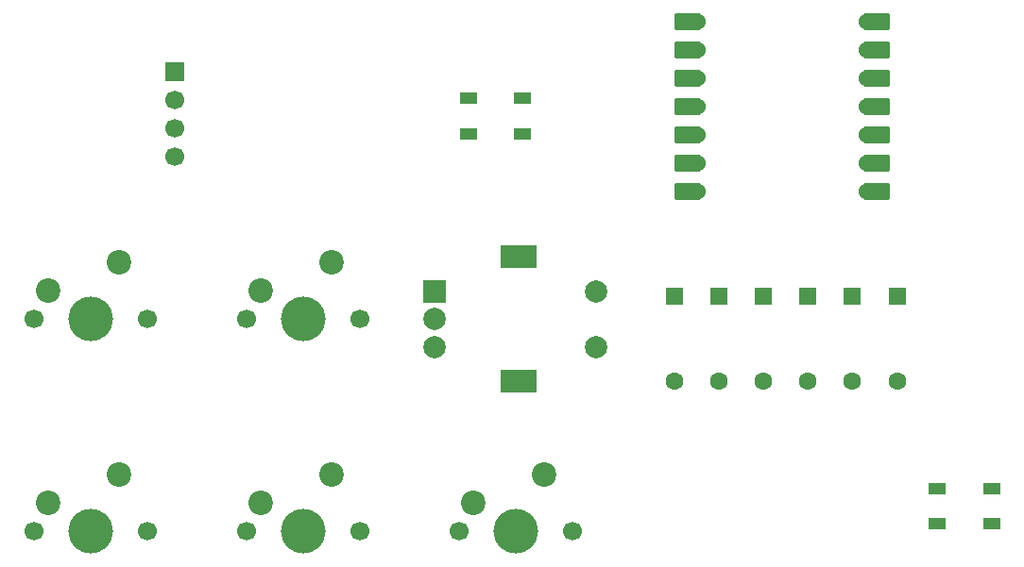
<source format=gbr>
%TF.GenerationSoftware,KiCad,Pcbnew,9.0.7*%
%TF.CreationDate,2026-01-11T22:49:09+06:00*%
%TF.ProjectId,pcb,7063622e-6b69-4636-9164-5f7063625858,rev?*%
%TF.SameCoordinates,Original*%
%TF.FileFunction,Soldermask,Top*%
%TF.FilePolarity,Negative*%
%FSLAX46Y46*%
G04 Gerber Fmt 4.6, Leading zero omitted, Abs format (unit mm)*
G04 Created by KiCad (PCBNEW 9.0.7) date 2026-01-11 22:49:09*
%MOMM*%
%LPD*%
G01*
G04 APERTURE LIST*
G04 Aperture macros list*
%AMRoundRect*
0 Rectangle with rounded corners*
0 $1 Rounding radius*
0 $2 $3 $4 $5 $6 $7 $8 $9 X,Y pos of 4 corners*
0 Add a 4 corners polygon primitive as box body*
4,1,4,$2,$3,$4,$5,$6,$7,$8,$9,$2,$3,0*
0 Add four circle primitives for the rounded corners*
1,1,$1+$1,$2,$3*
1,1,$1+$1,$4,$5*
1,1,$1+$1,$6,$7*
1,1,$1+$1,$8,$9*
0 Add four rect primitives between the rounded corners*
20,1,$1+$1,$2,$3,$4,$5,0*
20,1,$1+$1,$4,$5,$6,$7,0*
20,1,$1+$1,$6,$7,$8,$9,0*
20,1,$1+$1,$8,$9,$2,$3,0*%
G04 Aperture macros list end*
%ADD10RoundRect,0.250000X-0.550000X0.550000X-0.550000X-0.550000X0.550000X-0.550000X0.550000X0.550000X0*%
%ADD11C,1.600000*%
%ADD12C,1.700000*%
%ADD13C,4.000000*%
%ADD14C,2.200000*%
%ADD15RoundRect,0.152400X1.063600X0.609600X-1.063600X0.609600X-1.063600X-0.609600X1.063600X-0.609600X0*%
%ADD16C,1.524000*%
%ADD17RoundRect,0.152400X-1.063600X-0.609600X1.063600X-0.609600X1.063600X0.609600X-1.063600X0.609600X0*%
%ADD18R,1.500000X1.000000*%
%ADD19R,2.000000X2.000000*%
%ADD20C,2.000000*%
%ADD21R,3.200000X2.000000*%
%ADD22R,1.700000X1.700000*%
G04 APERTURE END LIST*
D10*
%TO.C,D7*%
X173000000Y-74190000D03*
D11*
X173000000Y-81810000D03*
%TD*%
D12*
%TO.C,SW4*%
X118676250Y-95250000D03*
D13*
X123756250Y-95250000D03*
D12*
X128836250Y-95250000D03*
D14*
X126296250Y-90170000D03*
X119946250Y-92710000D03*
%TD*%
D12*
%TO.C,SW1*%
X99626250Y-76200000D03*
D13*
X104706250Y-76200000D03*
D12*
X109786250Y-76200000D03*
D14*
X107246250Y-71120000D03*
X100896250Y-73660000D03*
%TD*%
D10*
%TO.C,D5*%
X165000000Y-74190000D03*
D11*
X165000000Y-81810000D03*
%TD*%
D10*
%TO.C,D4*%
X161000000Y-74190000D03*
D11*
X161000000Y-81810000D03*
%TD*%
D10*
%TO.C,D8*%
X177000000Y-74190000D03*
D11*
X177000000Y-81810000D03*
%TD*%
D15*
%TO.C,U1*%
X158232500Y-49530000D03*
D16*
X159067500Y-49530000D03*
D15*
X158232500Y-52070000D03*
D16*
X159067500Y-52070000D03*
D15*
X158232500Y-54610000D03*
D16*
X159067500Y-54610000D03*
D15*
X158232500Y-57150000D03*
D16*
X159067500Y-57150000D03*
D15*
X158232500Y-59690000D03*
D16*
X159067500Y-59690000D03*
D15*
X158232500Y-62230000D03*
D16*
X159067500Y-62230000D03*
D15*
X158232500Y-64770000D03*
D16*
X159067500Y-64770000D03*
X174307500Y-64770000D03*
D17*
X175142500Y-64770000D03*
D16*
X174307500Y-62230000D03*
D17*
X175142500Y-62230000D03*
D16*
X174307500Y-59690000D03*
D17*
X175142500Y-59690000D03*
D16*
X174307500Y-57150000D03*
D17*
X175142500Y-57150000D03*
D16*
X174307500Y-54610000D03*
D17*
X175142500Y-54610000D03*
D16*
X174307500Y-52070000D03*
D17*
X175142500Y-52070000D03*
D16*
X174307500Y-49530000D03*
D17*
X175142500Y-49530000D03*
%TD*%
D10*
%TO.C,D6*%
X169000000Y-74190000D03*
D11*
X169000000Y-81810000D03*
%TD*%
D12*
%TO.C,SW5*%
X137726250Y-95250000D03*
D13*
X142806250Y-95250000D03*
D12*
X147886250Y-95250000D03*
D14*
X145346250Y-90170000D03*
X138996250Y-92710000D03*
%TD*%
D10*
%TO.C,D3*%
X157000000Y-74190000D03*
D11*
X157000000Y-81810000D03*
%TD*%
D18*
%TO.C,D2*%
X180550000Y-91400000D03*
X180550000Y-94600000D03*
X185450000Y-94600000D03*
X185450000Y-91400000D03*
%TD*%
D19*
%TO.C,SW6*%
X135556250Y-73700000D03*
D20*
X135556250Y-78700000D03*
X135556250Y-76200000D03*
D21*
X143056250Y-70600000D03*
X143056250Y-81800000D03*
D20*
X150056250Y-78700000D03*
X150056250Y-73700000D03*
%TD*%
D12*
%TO.C,SW3*%
X99626250Y-95250000D03*
D13*
X104706250Y-95250000D03*
D12*
X109786250Y-95250000D03*
D14*
X107246250Y-90170000D03*
X100896250Y-92710000D03*
%TD*%
D22*
%TO.C,J1*%
X112250000Y-54000000D03*
D12*
X112250000Y-56540000D03*
X112250000Y-59080000D03*
X112250000Y-61620000D03*
%TD*%
%TO.C,SW2*%
X118676250Y-76200000D03*
D13*
X123756250Y-76200000D03*
D12*
X128836250Y-76200000D03*
D14*
X126296250Y-71120000D03*
X119946250Y-73660000D03*
%TD*%
D18*
%TO.C,D1*%
X138550000Y-56400000D03*
X138550000Y-59600000D03*
X143450000Y-59600000D03*
X143450000Y-56400000D03*
%TD*%
M02*

</source>
